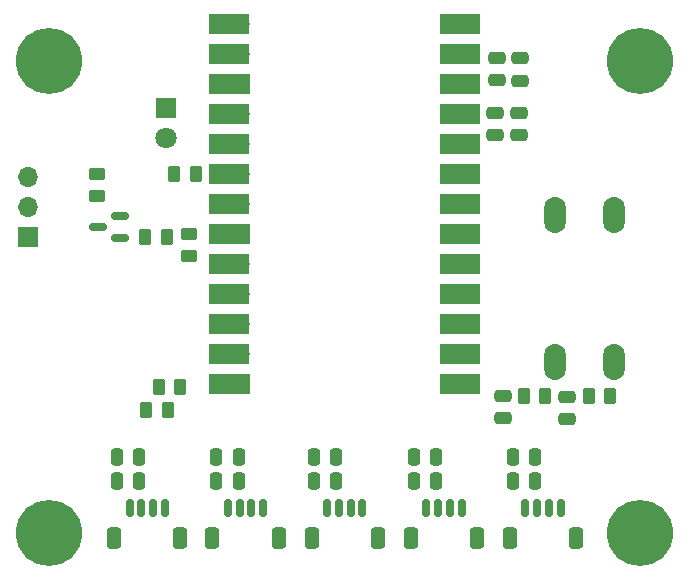
<source format=gbr>
%TF.GenerationSoftware,KiCad,Pcbnew,(6.0.9)*%
%TF.CreationDate,2022-11-19T08:58:37-07:00*%
%TF.ProjectId,AQM,41514d2e-6b69-4636-9164-5f7063625858,rev?*%
%TF.SameCoordinates,Original*%
%TF.FileFunction,Soldermask,Top*%
%TF.FilePolarity,Negative*%
%FSLAX46Y46*%
G04 Gerber Fmt 4.6, Leading zero omitted, Abs format (unit mm)*
G04 Created by KiCad (PCBNEW (6.0.9)) date 2022-11-19 08:58:37*
%MOMM*%
%LPD*%
G01*
G04 APERTURE LIST*
G04 Aperture macros list*
%AMRoundRect*
0 Rectangle with rounded corners*
0 $1 Rounding radius*
0 $2 $3 $4 $5 $6 $7 $8 $9 X,Y pos of 4 corners*
0 Add a 4 corners polygon primitive as box body*
4,1,4,$2,$3,$4,$5,$6,$7,$8,$9,$2,$3,0*
0 Add four circle primitives for the rounded corners*
1,1,$1+$1,$2,$3*
1,1,$1+$1,$4,$5*
1,1,$1+$1,$6,$7*
1,1,$1+$1,$8,$9*
0 Add four rect primitives between the rounded corners*
20,1,$1+$1,$2,$3,$4,$5,0*
20,1,$1+$1,$4,$5,$6,$7,0*
20,1,$1+$1,$6,$7,$8,$9,0*
20,1,$1+$1,$8,$9,$2,$3,0*%
G04 Aperture macros list end*
%ADD10R,1.700000X1.700000*%
%ADD11O,1.700000X1.700000*%
%ADD12RoundRect,0.250000X0.450000X-0.262500X0.450000X0.262500X-0.450000X0.262500X-0.450000X-0.262500X0*%
%ADD13RoundRect,0.250000X0.262500X0.450000X-0.262500X0.450000X-0.262500X-0.450000X0.262500X-0.450000X0*%
%ADD14RoundRect,0.150000X0.587500X0.150000X-0.587500X0.150000X-0.587500X-0.150000X0.587500X-0.150000X0*%
%ADD15RoundRect,0.250000X0.250000X0.475000X-0.250000X0.475000X-0.250000X-0.475000X0.250000X-0.475000X0*%
%ADD16C,5.600000*%
%ADD17RoundRect,0.250000X0.475000X-0.250000X0.475000X0.250000X-0.475000X0.250000X-0.475000X-0.250000X0*%
%ADD18RoundRect,0.150000X0.150000X0.625000X-0.150000X0.625000X-0.150000X-0.625000X0.150000X-0.625000X0*%
%ADD19RoundRect,0.250000X0.350000X0.650000X-0.350000X0.650000X-0.350000X-0.650000X0.350000X-0.650000X0*%
%ADD20RoundRect,0.250000X-0.262500X-0.450000X0.262500X-0.450000X0.262500X0.450000X-0.262500X0.450000X0*%
%ADD21RoundRect,0.250000X-0.475000X0.250000X-0.475000X-0.250000X0.475000X-0.250000X0.475000X0.250000X0*%
%ADD22R,3.500000X1.700000*%
%ADD23R,1.800000X1.800000*%
%ADD24C,1.800000*%
%ADD25O,1.850000X3.048000*%
G04 APERTURE END LIST*
D10*
%TO.C,J6*%
X93210000Y-59950000D03*
D11*
X93210000Y-57410000D03*
X93210000Y-54870000D03*
%TD*%
D12*
%TO.C,R8*%
X99020000Y-56462500D03*
X99020000Y-54637500D03*
%TD*%
D13*
%TO.C,R7*%
X104942500Y-59920000D03*
X103117500Y-59920000D03*
%TD*%
D12*
%TO.C,R6*%
X106780000Y-61532500D03*
X106780000Y-59707500D03*
%TD*%
D14*
%TO.C,Q1*%
X99082500Y-59090000D03*
X100957500Y-58140000D03*
X100957500Y-60040000D03*
%TD*%
D15*
%TO.C,C7*%
X136113600Y-78587600D03*
X134213600Y-78587600D03*
%TD*%
D16*
%TO.C,H3*%
X145000000Y-85000000D03*
%TD*%
D17*
%TO.C,C1*%
X132750000Y-51300000D03*
X132750000Y-49400000D03*
%TD*%
D18*
%TO.C,J1*%
X138300000Y-82875000D03*
X137300000Y-82875000D03*
X136300000Y-82875000D03*
X135300000Y-82875000D03*
D19*
X139600000Y-85400000D03*
X134000000Y-85400000D03*
%TD*%
%TO.C,J5*%
X131200000Y-85400000D03*
X125600000Y-85400000D03*
D18*
X126900000Y-82875000D03*
X127900000Y-82875000D03*
X128900000Y-82875000D03*
X129900000Y-82875000D03*
%TD*%
D15*
%TO.C,C10*%
X119263200Y-80568800D03*
X117363200Y-80568800D03*
%TD*%
D20*
%TO.C,R4*%
X105001700Y-74574400D03*
X103176700Y-74574400D03*
%TD*%
D16*
%TO.C,H4*%
X95000000Y-85000000D03*
%TD*%
D19*
%TO.C,J2*%
X122800000Y-85400000D03*
X117200000Y-85400000D03*
D18*
X118500000Y-82875000D03*
X119500000Y-82875000D03*
X120500000Y-82875000D03*
X121500000Y-82875000D03*
%TD*%
D21*
%TO.C,C6*%
X138825000Y-73475000D03*
X138825000Y-75375000D03*
%TD*%
D15*
%TO.C,C11*%
X100700800Y-80568800D03*
X102600800Y-80568800D03*
%TD*%
D19*
%TO.C,J3*%
X106075000Y-85400000D03*
X100475000Y-85400000D03*
D18*
X101775000Y-82875000D03*
X102775000Y-82875000D03*
X103775000Y-82875000D03*
X104775000Y-82875000D03*
%TD*%
D22*
%TO.C,U1*%
X110210000Y-41854400D03*
D11*
X111110000Y-41854400D03*
X111110000Y-44394400D03*
D22*
X110210000Y-44394400D03*
X110210000Y-46934400D03*
D10*
X111110000Y-46934400D03*
D11*
X111110000Y-49474400D03*
D22*
X110210000Y-49474400D03*
D11*
X111110000Y-52014400D03*
D22*
X110210000Y-52014400D03*
X110210000Y-54554400D03*
D11*
X111110000Y-54554400D03*
D22*
X110210000Y-57094400D03*
D11*
X111110000Y-57094400D03*
D22*
X110210000Y-59634400D03*
D10*
X111110000Y-59634400D03*
D11*
X111110000Y-62174400D03*
D22*
X110210000Y-62174400D03*
X110210000Y-64714400D03*
D11*
X111110000Y-64714400D03*
X111110000Y-67254400D03*
D22*
X110210000Y-67254400D03*
X110210000Y-69794400D03*
D11*
X111110000Y-69794400D03*
D22*
X110210000Y-72334400D03*
D10*
X111110000Y-72334400D03*
D22*
X129790000Y-72334400D03*
D10*
X128890000Y-72334400D03*
D22*
X129790000Y-69794400D03*
D11*
X128890000Y-69794400D03*
X128890000Y-67254400D03*
D22*
X129790000Y-67254400D03*
X129790000Y-64714400D03*
D11*
X128890000Y-64714400D03*
D22*
X129790000Y-62174400D03*
D11*
X128890000Y-62174400D03*
D10*
X128890000Y-59634400D03*
D22*
X129790000Y-59634400D03*
X129790000Y-57094400D03*
D11*
X128890000Y-57094400D03*
D22*
X129790000Y-54554400D03*
D11*
X128890000Y-54554400D03*
X128890000Y-52014400D03*
D22*
X129790000Y-52014400D03*
D11*
X128890000Y-49474400D03*
D22*
X129790000Y-49474400D03*
X129790000Y-46934400D03*
D10*
X128890000Y-46934400D03*
D11*
X128890000Y-44394400D03*
D22*
X129790000Y-44394400D03*
X129790000Y-41854400D03*
D11*
X128890000Y-41854400D03*
%TD*%
D20*
%TO.C,R2*%
X135162500Y-73350000D03*
X136987500Y-73350000D03*
%TD*%
D15*
%TO.C,C14*%
X102600800Y-78587600D03*
X100700800Y-78587600D03*
%TD*%
D17*
%TO.C,C2*%
X134725000Y-51300000D03*
X134725000Y-49400000D03*
%TD*%
D16*
%TO.C,H1*%
X95000000Y-45000000D03*
%TD*%
D15*
%TO.C,C12*%
X111033600Y-80568800D03*
X109133600Y-80568800D03*
%TD*%
D19*
%TO.C,J4*%
X114400000Y-85400000D03*
X108800000Y-85400000D03*
D18*
X110100000Y-82875000D03*
X111100000Y-82875000D03*
X112100000Y-82875000D03*
X113100000Y-82875000D03*
%TD*%
D23*
%TO.C,D1*%
X104825000Y-49000000D03*
D24*
X104825000Y-51540000D03*
%TD*%
D21*
%TO.C,C5*%
X133425000Y-73375000D03*
X133425000Y-75275000D03*
%TD*%
D16*
%TO.C,H2*%
X145000000Y-45000000D03*
%TD*%
D15*
%TO.C,C8*%
X119263200Y-78587600D03*
X117363200Y-78587600D03*
%TD*%
%TO.C,C9*%
X136128800Y-80568800D03*
X134228800Y-80568800D03*
%TD*%
D25*
%TO.C,SW1*%
X142825000Y-58035000D03*
X142825000Y-70535000D03*
X137825000Y-70535000D03*
X137825000Y-58035000D03*
%TD*%
D15*
%TO.C,C13*%
X127746800Y-80568800D03*
X125846800Y-80568800D03*
%TD*%
%TO.C,C15*%
X111033600Y-78587600D03*
X109133600Y-78587600D03*
%TD*%
D20*
%TO.C,R5*%
X106068500Y-72593200D03*
X104243500Y-72593200D03*
%TD*%
D13*
%TO.C,R1*%
X107375000Y-54600000D03*
X105550000Y-54600000D03*
%TD*%
D15*
%TO.C,C16*%
X127746800Y-78568800D03*
X125846800Y-78568800D03*
%TD*%
D21*
%TO.C,C3*%
X132850000Y-44775000D03*
X132850000Y-46675000D03*
%TD*%
D20*
%TO.C,R3*%
X140662500Y-73375000D03*
X142487500Y-73375000D03*
%TD*%
D21*
%TO.C,C4*%
X134850000Y-44780000D03*
X134850000Y-46680000D03*
%TD*%
M02*

</source>
